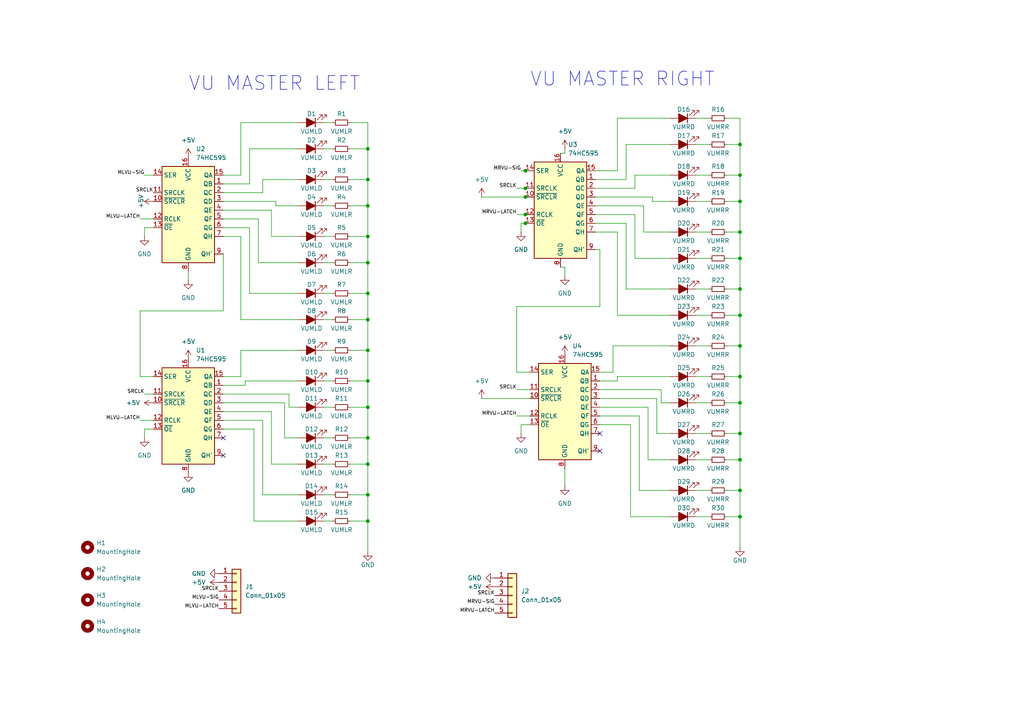
<source format=kicad_sch>
(kicad_sch (version 20231120) (generator "eeschema") (generator_version "8.0")
  (paper "A4")
  (lib_symbols
    (symbol "74xx:74HC595"
      (property "Reference" "U" (at -7.62 13.97 0))
      (property "Value" "74HC595" (at -7.62 -16.51 0))
      (symbol "74HC595_1_0"
        (pin tri_state line (at 10.16 7.62 180) (length 2.54) (name "QB") (number "1"))
        (pin input line (at -10.16 2.54 0) (length 2.54) (name "~{SRCLR}") (number "10"))
        (pin input line (at -10.16 5.08 0) (length 2.54) (name "SRCLK") (number "11"))
        (pin input line (at -10.16 -2.54 0) (length 2.54) (name "RCLK") (number "12"))
        (pin input line (at -10.16 -5.08 0) (length 2.54) (name "~{OE}") (number "13"))
        (pin input line (at -10.16 10.16 0) (length 2.54) (name "SER") (number "14"))
        (pin tri_state line (at 10.16 10.16 180) (length 2.54) (name "QA") (number "15"))
        (pin power_in line (at 0 15.24 270) (length 2.54) (name "VCC") (number "16"))
        (pin tri_state line (at 10.16 5.08 180) (length 2.54) (name "QC") (number "2"))
        (pin tri_state line (at 10.16 2.54 180) (length 2.54) (name "QD") (number "3"))
        (pin tri_state line (at 10.16 0 180) (length 2.54) (name "QE") (number "4"))
        (pin tri_state line (at 10.16 -2.54 180) (length 2.54) (name "QF") (number "5"))
        (pin tri_state line (at 10.16 -5.08 180) (length 2.54) (name "QG") (number "6"))
        (pin tri_state line (at 10.16 -7.62 180) (length 2.54) (name "QH") (number "7"))
        (pin power_in line (at 0 -17.78 90) (length 2.54) (name "GND") (number "8"))
        (pin output line (at 10.16 -12.7 180) (length 2.54) (name "QH'") (number "9"))
      )
      (symbol "74HC595_1_1"
        (rectangle (start -7.62 12.7) (end 7.62 -15.24) (stroke (width 0.254)) (fill (type background)))
      )
    )
    (symbol "Connector_Generic:Conn_01x05" (pin_names (offset 1.016) hide)
      (property "Reference" "J" (at 0 7.62 0))
      (property "Value" "Conn_01x05" (at 0 -7.62 0))
      (symbol "Conn_01x05_1_1"
        (rectangle (start -1.27 -4.953) (end 0 -5.207) (stroke (width 0.1524)))
        (rectangle (start -1.27 -2.413) (end 0 -2.667) (stroke (width 0.1524)))
        (rectangle (start -1.27 0.127) (end 0 -0.127) (stroke (width 0.1524)))
        (rectangle (start -1.27 2.667) (end 0 2.413) (stroke (width 0.1524)))
        (rectangle (start -1.27 5.207) (end 0 4.953) (stroke (width 0.1524)))
        (rectangle (start -1.27 6.35) (end 1.27 -6.35) (stroke (width 0.254)) (fill (type background)))
        (pin passive line (at -5.08 5.08 0) (length 3.81) (name "Pin_1") (number "1"))
        (pin passive line (at -5.08 2.54 0) (length 3.81) (name "Pin_2") (number "2"))
        (pin passive line (at -5.08 0 0) (length 3.81) (name "Pin_3") (number "3"))
        (pin passive line (at -5.08 -2.54 0) (length 3.81) (name "Pin_4") (number "4"))
        (pin passive line (at -5.08 -5.08 0) (length 3.81) (name "Pin_5") (number "5"))
      )
    )
    (symbol "Device:LED_Filled" (pin_numbers hide) (pin_names (offset 1.016) hide)
      (property "Reference" "D" (at 0 2.54 0))
      (property "Value" "LED_Filled" (at 0 -2.54 0))
      (symbol "LED_Filled_0_1"
        (polyline (pts (xy -1.27 -1.27) (xy -1.27 1.27)) (stroke (width 0.254)))
        (polyline (pts (xy -1.27 0) (xy 1.27 0)))
        (polyline (pts (xy 1.27 -1.27) (xy 1.27 1.27) (xy -1.27 0) (xy 1.27 -1.27)) (stroke (width 0.254)) (fill (type outline)))
        (polyline (pts (xy -3.048 -0.762) (xy -4.572 -2.286) (xy -3.81 -2.286) (xy -4.572 -2.286) (xy -4.572 -1.524)))
        (polyline (pts (xy -1.778 -0.762) (xy -3.302 -2.286) (xy -2.54 -2.286) (xy -3.302 -2.286) (xy -3.302 -1.524)))
      )
      (symbol "LED_Filled_1_1"
        (pin passive line (at -3.81 0 0) (length 2.54) (name "K") (number "1"))
        (pin passive line (at 3.81 0 180) (length 2.54) (name "A") (number "2"))
      )
    )
    (symbol "Device:R_Small" (pin_numbers hide) (pin_names (offset 0.254) hide)
      (property "Reference" "R" (at 0.762 0.508 0))
      (property "Value" "R_Small" (at 0.762 -1.016 0))
      (symbol "R_Small_0_1"
        (rectangle (start -0.762 1.778) (end 0.762 -1.778) (stroke (width 0.2032)))
      )
      (symbol "R_Small_1_1"
        (pin passive line (at 0 2.54 270) (length 0.762) (name "~") (number "1"))
        (pin passive line (at 0 -2.54 90) (length 0.762) (name "~") (number "2"))
      )
    )
    (symbol "Mechanical:MountingHole" (pin_names (offset 1.016)) (exclude_from_sim yes) (in_bom no)
      (property "Reference" "H" (at 0 5.08 0))
      (property "Value" "MountingHole" (at 0 3.175 0))
      (symbol "MountingHole_0_1"
        (circle (center 0 0) (radius 1.27) (stroke (width 1.27)))
      )
    )
    (symbol "power:+5V" (power) (pin_numbers hide) (pin_names (offset 0) hide)
      (property "Value" "+5V" (at 0 3.556 0))
      (symbol "+5V_0_1"
        (polyline (pts (xy -0.762 1.27) (xy 0 2.54)))
        (polyline (pts (xy 0 0) (xy 0 2.54)))
        (polyline (pts (xy 0 2.54) (xy 0.762 1.27)))
      )
      (symbol "+5V_1_1"
        (pin power_in line (at 0 0 90) (length 0) (name "~") (number "1"))
      )
    )
    (symbol "power:GND" (power) (pin_numbers hide) (pin_names (offset 0) hide)
      (property "Value" "GND" (at 0 -3.81 0))
      (symbol "GND_0_1"
        (polyline (pts (xy 0 0) (xy 0 -1.27) (xy 1.27 -1.27) (xy 0 -2.54) (xy -1.27 -1.27) (xy 0 -1.27)))
      )
      (symbol "GND_1_1"
        (pin power_in line (at 0 0 270) (length 0) (name "~") (number "1"))
      )
    )
  )
  (junction (at 214.63 142.24) (diameter 0.9144))
  (junction (at 106.68 151.13) (diameter 0.9144))
  (junction (at 214.63 58.42) (diameter 0.9144))
  (junction (at 106.68 134.62) (diameter 0.9144))
  (junction (at 106.68 118.11) (diameter 0.9144))
  (junction (at 214.63 109.22) (diameter 0.9144))
  (junction (at 152.4 57.15))
  (junction (at 214.63 125.73) (diameter 0.9144))
  (junction (at 214.63 100.33) (diameter 0.9144))
  (junction (at 214.63 74.93) (diameter 0.9144))
  (junction (at 106.68 127) (diameter 0.9144))
  (junction (at 152.4 54.61))
  (junction (at 106.68 76.2) (diameter 0.9144))
  (junction (at 106.68 110.49) (diameter 0.9144))
  (junction (at 106.68 52.07) (diameter 0.9144))
  (junction (at 214.63 83.82) (diameter 0.9144))
  (junction (at 214.63 149.86))
  (junction (at 214.63 116.84) (diameter 0.9144))
  (junction (at 106.68 143.51) (diameter 0.9144))
  (junction (at 106.68 43.18) (diameter 0.9144))
  (junction (at 214.63 41.91) (diameter 0.9144))
  (junction (at 214.63 67.31) (diameter 0.9144))
  (junction (at 106.68 92.71) (diameter 0.9144))
  (junction (at 106.68 59.69) (diameter 0.9144))
  (junction (at 106.68 101.6) (diameter 0.9144))
  (junction (at 106.68 85.09) (diameter 0.9144))
  (junction (at 152.4 62.23))
  (junction (at 214.63 91.44) (diameter 0.9144))
  (junction (at 214.63 50.8) (diameter 0.9144))
  (junction (at 214.63 133.35) (diameter 0.9144))
  (junction (at 152.4 49.53))
  (junction (at 152.4 64.77))
  (junction (at 106.68 68.58) (diameter 0.9144))
  (no_connect (at 173.99 125.73))
  (no_connect (at 64.77 132.08))
  (no_connect (at 64.77 127))
  (no_connect (at 173.99 130.81))
  (wire (pts (xy 106.68 92.71) (xy 106.68 101.6)))
  (wire (pts (xy 162.56 44.45) (xy 163.83 44.45)))
  (wire (pts (xy 210.82 34.29) (xy 214.63 34.29)))
  (wire (pts (xy 190.5 115.57) (xy 190.5 125.73)))
  (wire (pts (xy 41.91 124.46) (xy 44.45 124.46)))
  (wire (pts (xy 106.68 127) (xy 106.68 134.62)))
  (wire (pts (xy 201.93 133.35) (xy 205.74 133.35)))
  (wire (pts (xy 101.6 134.62) (xy 106.68 134.62)))
  (wire (pts (xy 201.93 41.91) (xy 205.74 41.91)))
  (wire (pts (xy 163.83 135.89) (xy 163.83 140.97)))
  (wire (pts (xy 74.93 76.2) (xy 86.36 76.2)))
  (wire (pts (xy 151.13 125.73) (xy 151.13 123.19)))
  (wire (pts (xy 173.99 123.19) (xy 182.88 123.19)))
  (wire (pts (xy 64.77 116.84) (xy 82.55 116.84)))
  (wire (pts (xy 210.82 83.82) (xy 214.63 83.82)))
  (wire (pts (xy 76.2 143.51) (xy 86.36 143.51)))
  (wire (pts (xy 106.68 43.18) (xy 106.68 52.07)))
  (wire (pts (xy 172.72 59.69) (xy 186.69 59.69)))
  (wire (pts (xy 69.85 50.8) (xy 64.77 50.8)))
  (wire (pts (xy 86.36 35.56) (xy 69.85 35.56)))
  (wire (pts (xy 106.68 151.13) (xy 106.68 160.02)))
  (wire (pts (xy 72.39 85.09) (xy 86.36 85.09)))
  (wire (pts (xy 173.99 115.57) (xy 190.5 115.57)))
  (wire (pts (xy 71.12 111.76) (xy 64.77 111.76)))
  (wire (pts (xy 83.82 114.3) (xy 83.82 118.11)))
  (wire (pts (xy 214.63 58.42) (xy 214.63 67.31)))
  (wire (pts (xy 76.2 121.92) (xy 76.2 143.51)))
  (wire (pts (xy 172.72 67.31) (xy 179.07 67.31)))
  (wire (pts (xy 184.15 50.8) (xy 194.31 50.8)))
  (wire (pts (xy 93.98 143.51) (xy 96.52 143.51)))
  (wire (pts (xy 69.85 101.6) (xy 69.85 109.22)))
  (wire (pts (xy 210.82 67.31) (xy 214.63 67.31)))
  (wire (pts (xy 72.39 53.34) (xy 72.39 43.18)))
  (wire (pts (xy 179.07 91.44) (xy 194.31 91.44)))
  (wire (pts (xy 190.5 125.73) (xy 194.31 125.73)))
  (wire (pts (xy 93.98 85.09) (xy 96.52 85.09)))
  (wire (pts (xy 184.15 74.93) (xy 194.31 74.93)))
  (wire (pts (xy 210.82 58.42) (xy 214.63 58.42)))
  (wire (pts (xy 40.64 63.5) (xy 44.45 63.5)))
  (wire (pts (xy 86.36 101.6) (xy 69.85 101.6)))
  (wire (pts (xy 152.4 57.15) (xy 153.67 57.15)))
  (wire (pts (xy 172.72 64.77) (xy 181.61 64.77)))
  (wire (pts (xy 54.61 78.74) (xy 54.61 81.28)))
  (wire (pts (xy 93.98 134.62) (xy 96.52 134.62)))
  (wire (pts (xy 214.63 34.29) (xy 214.63 41.91)))
  (wire (pts (xy 185.42 142.24) (xy 194.31 142.24)))
  (wire (pts (xy 210.82 149.86) (xy 214.63 149.86)))
  (wire (pts (xy 210.82 125.73) (xy 214.63 125.73)))
  (wire (pts (xy 181.61 64.77) (xy 181.61 83.82)))
  (wire (pts (xy 181.61 52.07) (xy 181.61 41.91)))
  (wire (pts (xy 210.82 91.44) (xy 214.63 91.44)))
  (wire (pts (xy 72.39 66.04) (xy 72.39 85.09)))
  (wire (pts (xy 64.77 63.5) (xy 74.93 63.5)))
  (wire (pts (xy 201.93 109.22) (xy 205.74 109.22)))
  (wire (pts (xy 194.31 133.35) (xy 187.96 133.35)))
  (wire (pts (xy 179.07 34.29) (xy 179.07 49.53)))
  (wire (pts (xy 69.85 35.56) (xy 69.85 50.8)))
  (wire (pts (xy 201.93 58.42) (xy 205.74 58.42)))
  (wire (pts (xy 210.82 41.91) (xy 214.63 41.91)))
  (wire (pts (xy 93.98 43.18) (xy 96.52 43.18)))
  (wire (pts (xy 64.77 53.34) (xy 72.39 53.34)))
  (wire (pts (xy 214.63 116.84) (xy 214.63 125.73)))
  (wire (pts (xy 106.68 68.58) (xy 106.68 76.2)))
  (wire (pts (xy 69.85 92.71) (xy 86.36 92.71)))
  (wire (pts (xy 78.74 134.62) (xy 78.74 119.38)))
  (wire (pts (xy 210.82 100.33) (xy 214.63 100.33)))
  (wire (pts (xy 149.86 54.61) (xy 152.4 54.61)))
  (wire (pts (xy 101.6 151.13) (xy 106.68 151.13)))
  (wire (pts (xy 210.82 116.84) (xy 214.63 116.84)))
  (wire (pts (xy 172.72 57.15) (xy 189.23 57.15)))
  (wire (pts (xy 64.77 73.66) (xy 64.77 90.17)))
  (wire (pts (xy 101.6 59.69) (xy 106.68 59.69)))
  (wire (pts (xy 41.91 68.58) (xy 41.91 66.04)))
  (wire (pts (xy 191.77 116.84) (xy 194.31 116.84)))
  (wire (pts (xy 201.93 91.44) (xy 205.74 91.44)))
  (wire (pts (xy 106.68 85.09) (xy 106.68 92.71)))
  (wire (pts (xy 106.68 110.49) (xy 106.68 118.11)))
  (wire (pts (xy 101.6 143.51) (xy 106.68 143.51)))
  (wire (pts (xy 101.6 35.56) (xy 106.68 35.56)))
  (wire (pts (xy 80.01 59.69) (xy 86.36 59.69)))
  (wire (pts (xy 64.77 68.58) (xy 69.85 68.58)))
  (wire (pts (xy 210.82 109.22) (xy 214.63 109.22)))
  (wire (pts (xy 64.77 55.88) (xy 76.2 55.88)))
  (wire (pts (xy 173.99 107.95) (xy 177.8 107.95)))
  (wire (pts (xy 93.98 68.58) (xy 96.52 68.58)))
  (wire (pts (xy 189.23 58.42) (xy 194.31 58.42)))
  (wire (pts (xy 106.68 118.11) (xy 106.68 127)))
  (wire (pts (xy 185.42 120.65) (xy 185.42 142.24)))
  (wire (pts (xy 194.31 100.33) (xy 177.8 100.33)))
  (wire (pts (xy 101.6 118.11) (xy 106.68 118.11)))
  (wire (pts (xy 106.68 76.2) (xy 106.68 85.09)))
  (wire (pts (xy 69.85 109.22) (xy 64.77 109.22)))
  (wire (pts (xy 163.83 43.18) (xy 163.83 44.45)))
  (wire (pts (xy 74.93 63.5) (xy 74.93 76.2)))
  (wire (pts (xy 182.88 123.19) (xy 182.88 149.86)))
  (wire (pts (xy 210.82 50.8) (xy 214.63 50.8)))
  (wire (pts (xy 80.01 58.42) (xy 80.01 59.69)))
  (wire (pts (xy 41.91 114.3) (xy 44.45 114.3)))
  (wire (pts (xy 83.82 118.11) (xy 86.36 118.11)))
  (wire (pts (xy 40.64 109.22) (xy 44.45 109.22)))
  (wire (pts (xy 201.93 34.29) (xy 205.74 34.29)))
  (wire (pts (xy 214.63 41.91) (xy 214.63 50.8)))
  (wire (pts (xy 214.63 142.24) (xy 214.63 149.86)))
  (wire (pts (xy 184.15 62.23) (xy 184.15 74.93)))
  (wire (pts (xy 201.93 50.8) (xy 205.74 50.8)))
  (wire (pts (xy 201.93 142.24) (xy 205.74 142.24)))
  (wire (pts (xy 82.55 116.84) (xy 82.55 127)))
  (wire (pts (xy 86.36 134.62) (xy 78.74 134.62)))
  (wire (pts (xy 71.12 110.49) (xy 71.12 111.76)))
  (wire (pts (xy 194.31 34.29) (xy 179.07 34.29)))
  (wire (pts (xy 101.6 52.07) (xy 106.68 52.07)))
  (wire (pts (xy 173.99 113.03) (xy 191.77 113.03)))
  (wire (pts (xy 214.63 74.93) (xy 214.63 83.82)))
  (wire (pts (xy 106.68 134.62) (xy 106.68 143.51)))
  (wire (pts (xy 101.6 68.58) (xy 106.68 68.58)))
  (wire (pts (xy 149.86 120.65) (xy 153.67 120.65)))
  (wire (pts (xy 181.61 41.91) (xy 194.31 41.91)))
  (wire (pts (xy 64.77 121.92) (xy 76.2 121.92)))
  (wire (pts (xy 76.2 52.07) (xy 86.36 52.07)))
  (wire (pts (xy 172.72 54.61) (xy 184.15 54.61)))
  (wire (pts (xy 106.68 101.6) (xy 106.68 110.49)))
  (wire (pts (xy 210.82 142.24) (xy 214.63 142.24)))
  (wire (pts (xy 72.39 43.18) (xy 86.36 43.18)))
  (wire (pts (xy 152.4 62.23) (xy 153.67 62.23)))
  (wire (pts (xy 214.63 67.31) (xy 214.63 74.93)))
  (wire (pts (xy 214.63 50.8) (xy 214.63 58.42)))
  (wire (pts (xy 41.91 50.8) (xy 44.45 50.8)))
  (wire (pts (xy 86.36 110.49) (xy 71.12 110.49)))
  (wire (pts (xy 64.77 66.04) (xy 72.39 66.04)))
  (wire (pts (xy 73.66 151.13) (xy 86.36 151.13)))
  (wire (pts (xy 64.77 124.46) (xy 73.66 124.46)))
  (wire (pts (xy 93.98 127) (xy 96.52 127)))
  (wire (pts (xy 101.6 43.18) (xy 106.68 43.18)))
  (wire (pts (xy 179.07 109.22) (xy 179.07 110.49)))
  (wire (pts (xy 191.77 113.03) (xy 191.77 116.84)))
  (wire (pts (xy 177.8 100.33) (xy 177.8 107.95)))
  (wire (pts (xy 152.4 54.61) (xy 153.67 54.61)))
  (wire (pts (xy 106.68 143.51) (xy 106.68 151.13)))
  (wire (pts (xy 201.93 83.82) (xy 205.74 83.82)))
  (wire (pts (xy 163.83 77.47) (xy 163.83 80.01)))
  (wire (pts (xy 93.98 151.13) (xy 96.52 151.13)))
  (wire (pts (xy 106.68 52.07) (xy 106.68 59.69)))
  (wire (pts (xy 101.6 92.71) (xy 106.68 92.71)))
  (wire (pts (xy 214.63 91.44) (xy 214.63 100.33)))
  (wire (pts (xy 151.13 49.53) (xy 152.4 49.53)))
  (wire (pts (xy 93.98 110.49) (xy 96.52 110.49)))
  (wire (pts (xy 172.72 52.07) (xy 181.61 52.07)))
  (wire (pts (xy 214.63 109.22) (xy 214.63 116.84)))
  (wire (pts (xy 93.98 76.2) (xy 96.52 76.2)))
  (wire (pts (xy 152.4 64.77) (xy 153.67 64.77)))
  (wire (pts (xy 182.88 149.86) (xy 194.31 149.86)))
  (wire (pts (xy 201.93 67.31) (xy 205.74 67.31)))
  (wire (pts (xy 93.98 101.6) (xy 96.52 101.6)))
  (wire (pts (xy 78.74 119.38) (xy 64.77 119.38)))
  (wire (pts (xy 214.63 83.82) (xy 214.63 91.44)))
  (wire (pts (xy 139.7 115.57) (xy 153.67 115.57)))
  (wire (pts (xy 173.99 88.9) (xy 149.86 88.9)))
  (wire (pts (xy 149.86 113.03) (xy 153.67 113.03)))
  (wire (pts (xy 179.07 67.31) (xy 179.07 91.44)))
  (wire (pts (xy 149.86 88.9) (xy 149.86 107.95)))
  (wire (pts (xy 93.98 35.56) (xy 96.52 35.56)))
  (wire (pts (xy 149.86 62.23) (xy 152.4 62.23)))
  (wire (pts (xy 186.69 59.69) (xy 186.69 67.31)))
  (wire (pts (xy 172.72 49.53) (xy 179.07 49.53)))
  (wire (pts (xy 139.7 57.15) (xy 152.4 57.15)))
  (wire (pts (xy 64.77 58.42) (xy 80.01 58.42)))
  (wire (pts (xy 101.6 101.6) (xy 106.68 101.6)))
  (wire (pts (xy 201.93 100.33) (xy 205.74 100.33)))
  (wire (pts (xy 184.15 54.61) (xy 184.15 50.8)))
  (wire (pts (xy 40.64 90.17) (xy 40.64 109.22)))
  (wire (pts (xy 93.98 118.11) (xy 96.52 118.11)))
  (wire (pts (xy 101.6 76.2) (xy 106.68 76.2)))
  (wire (pts (xy 172.72 62.23) (xy 184.15 62.23)))
  (wire (pts (xy 76.2 55.88) (xy 76.2 52.07)))
  (wire (pts (xy 173.99 72.39) (xy 173.99 88.9)))
  (wire (pts (xy 40.64 121.92) (xy 44.45 121.92)))
  (wire (pts (xy 201.93 149.86) (xy 205.74 149.86)))
  (wire (pts (xy 106.68 35.56) (xy 106.68 43.18)))
  (wire (pts (xy 101.6 85.09) (xy 106.68 85.09)))
  (wire (pts (xy 214.63 125.73) (xy 214.63 133.35)))
  (wire (pts (xy 93.98 59.69) (xy 96.52 59.69)))
  (wire (pts (xy 73.66 124.46) (xy 73.66 151.13)))
  (wire (pts (xy 151.13 67.31) (xy 151.13 64.77)))
  (wire (pts (xy 162.56 77.47) (xy 163.83 77.47)))
  (wire (pts (xy 194.31 109.22) (xy 179.07 109.22)))
  (wire (pts (xy 214.63 133.35) (xy 214.63 142.24)))
  (wire (pts (xy 201.93 125.73) (xy 205.74 125.73)))
  (wire (pts (xy 149.86 107.95) (xy 153.67 107.95)))
  (wire (pts (xy 93.98 92.71) (xy 96.52 92.71)))
  (wire (pts (xy 189.23 57.15) (xy 189.23 58.42)))
  (wire (pts (xy 106.68 59.69) (xy 106.68 68.58)))
  (wire (pts (xy 93.98 52.07) (xy 96.52 52.07)))
  (wire (pts (xy 214.63 100.33) (xy 214.63 109.22)))
  (wire (pts (xy 82.55 127) (xy 86.36 127)))
  (wire (pts (xy 214.63 149.86) (xy 214.63 158.75)))
  (wire (pts (xy 101.6 110.49) (xy 106.68 110.49)))
  (wire (pts (xy 172.72 72.39) (xy 173.99 72.39)))
  (wire (pts (xy 64.77 90.17) (xy 40.64 90.17)))
  (wire (pts (xy 179.07 110.49) (xy 173.99 110.49)))
  (wire (pts (xy 69.85 68.58) (xy 69.85 92.71)))
  (wire (pts (xy 78.74 68.58) (xy 86.36 68.58)))
  (wire (pts (xy 187.96 133.35) (xy 187.96 118.11)))
  (wire (pts (xy 187.96 118.11) (xy 173.99 118.11)))
  (wire (pts (xy 186.69 67.31) (xy 194.31 67.31)))
  (wire (pts (xy 101.6 127) (xy 106.68 127)))
  (wire (pts (xy 201.93 74.93) (xy 205.74 74.93)))
  (wire (pts (xy 151.13 64.77) (xy 152.4 64.77)))
  (wire (pts (xy 41.91 66.04) (xy 44.45 66.04)))
  (wire (pts (xy 210.82 74.93) (xy 214.63 74.93)))
  (wire (pts (xy 152.4 49.53) (xy 153.67 49.53)))
  (wire (pts (xy 181.61 83.82) (xy 194.31 83.82)))
  (wire (pts (xy 64.77 60.96) (xy 78.74 60.96)))
  (wire (pts (xy 173.99 120.65) (xy 185.42 120.65)))
  (wire (pts (xy 151.13 123.19) (xy 153.67 123.19)))
  (wire (pts (xy 78.74 60.96) (xy 78.74 68.58)))
  (wire (pts (xy 201.93 116.84) (xy 205.74 116.84)))
  (wire (pts (xy 210.82 133.35) (xy 214.63 133.35)))
  (wire (pts (xy 41.91 127) (xy 41.91 124.46)))
  (wire (pts (xy 64.77 114.3) (xy 83.82 114.3)))
  (text "VU MASTER LEFT" (at 54.61 26.67 0) (effects (font (size 4.016 4.016)) (justify left bottom)))
  (text "VU MASTER RIGHT" (at 153.67 25.4 0) (effects (font (size 4.016 4.016)) (justify left bottom)))
  (label "SRCLK" (at 41.91 114.3 180) (effects (font (size 1.016 1.016))))
  (label "MLVU-LATCH" (at 40.64 121.92 180) (effects (font (size 1.016 1.016))))
  (label "MRVU-SIG" (at 143.51 175.26 180) (effects (font (size 1.016 1.016))))
  (label "SRCLK" (at 63.5 171.45 180) (effects (font (size 1.016 1.016))))
  (label "MLVU-LATCH" (at 63.5 176.53 180) (effects (font (size 1.016 1.016))))
  (label "MRVU-SIG" (at 151.13 49.53 180) (effects (font (size 1.016 1.016))))
  (label "SRCLK" (at 143.51 172.72 180) (effects (font (size 1.016 1.016))))
  (label "SRCLK" (at 149.86 113.03 180) (effects (font (size 1.016 1.016))))
  (label "MLVU-SIG" (at 63.5 173.99 180) (effects (font (size 1.016 1.016))))
  (label "MLVU-LATCH" (at 40.64 63.5 180) (effects (font (size 1.016 1.016))))
  (label "SRCLK" (at 149.86 54.61 180) (effects (font (size 1.016 1.016))))
  (label "MRVU-LATCH" (at 149.86 62.23 180) (effects (font (size 1.016 1.016))))
  (label "MRVU-LATCH" (at 149.86 120.65 180) (effects (font (size 1.016 1.016))))
  (label "MRVU-LATCH" (at 143.51 177.8 180) (effects (font (size 1.016 1.016))))
  (label "SRCLK" (at 44.45 55.88 180) (effects (font (size 1.016 1.016))))
  (label "MLVU-SIG" (at 41.91 50.8 180) (effects (font (size 1.016 1.016))))
  (symbol (lib_id "Device:R_Small") (at 99.06 134.62 270) (unit 1)
    (property "Reference" "R13" (at 99.06 132.08 90))
    (property "Value" "VUMLR" (at 99.06 137.16 90))
    (property "Footprint" "Resistor_SMD:R_1206_3216Metric_Pad1.30x1.75mm_HandSolder" (effects (hide yes)))
  )
  (symbol (lib_id "power:+5V") (at 163.83 102.87 0) (unit 1)
    (property "Reference" "#PWR020" (effects (hide yes)))
    (property "Value" "+5V" (at 163.83 97.79 0))
    (property "Description" "Power symbol creates a global label with name \"+5V\"" (effects (hide yes)))
  )
  (symbol (lib_id "Device:R_Small") (at 208.28 50.8 270) (unit 1)
    (property "Reference" "R18" (at 208.28 48.26 90))
    (property "Value" "VUMRR" (at 208.28 53.34 90))
    (property "Footprint" "Resistor_SMD:R_1206_3216Metric_Pad1.30x1.75mm_HandSolder" (effects (hide yes)))
  )
  (symbol (lib_id "power:GND") (at 63.5 166.37 270) (unit 1)
    (property "Reference" "#PWR09" (effects (hide yes)))
    (property "Value" "GND" (at 59.69 166.3699 90) (effects (justify right)))
    (property "Description" "Power symbol creates a global label with name \"GND\" , ground" (effects (hide yes)))
  )
  (symbol (lib_id "power:GND") (at 163.83 80.01 0) (unit 1)
    (property "Reference" "#PWR019" (effects (hide yes)))
    (property "Value" "GND" (at 163.83 85.09 0))
    (property "Description" "Power symbol creates a global label with name \"GND\" , ground" (effects (hide yes)))
  )
  (symbol (lib_id "Device:LED_Filled") (at 198.12 74.93 180) (unit 1)
    (property "Reference" "D21" (at 198.3105 72.39 0))
    (property "Value" "VUMRD" (at 198.3105 77.47 0))
    (property "Footprint" "LED_THT:LED_D3.0mm" (effects (hide yes)))
  )
  (symbol (lib_id "74xx:74HC595") (at 163.83 118.11 0) (unit 1)
    (property "Reference" "U4" (at 166.0241 100.33 0) (effects (justify left)))
    (property "Value" "74HC595" (at 166.0241 102.87 0) (effects (justify left)))
    (property "Footprint" "Package_SO:SOIC-16W_5.3x10.2mm_P1.27mm" (effects (hide yes)))
    (property "Datasheet" "http://www.ti.com/lit/ds/symlink/sn74hc595.pdf" (effects (hide yes)))
    (property "Description" "8-bit serial in/out Shift Register 3-State Outputs" (effects (hide yes)))
  )
  (symbol (lib_id "Device:LED_Filled") (at 198.12 116.84 180) (unit 1)
    (property "Reference" "D26" (at 198.3105 114.3 0))
    (property "Value" "VUMRD" (at 198.3105 119.38 0))
    (property "Footprint" "LED_THT:LED_D3.0mm" (effects (hide yes)))
  )
  (symbol (lib_id "Device:LED_Filled") (at 198.12 100.33 180) (unit 1)
    (property "Reference" "D24" (at 198.3105 97.79 0))
    (property "Value" "VUMRD" (at 198.3105 102.87 0))
    (property "Footprint" "LED_THT:LED_D3.0mm" (effects (hide yes)))
  )
  (symbol (lib_id "Device:R_Small") (at 208.28 91.44 270) (unit 1)
    (property "Reference" "R23" (at 208.28 88.9 90))
    (property "Value" "VUMRR" (at 208.28 93.98 90))
    (property "Footprint" "Resistor_SMD:R_1206_3216Metric_Pad1.30x1.75mm_HandSolder" (effects (hide yes)))
  )
  (symbol (lib_id "Device:LED_Filled") (at 198.12 34.29 180) (unit 1)
    (property "Reference" "D16" (at 198.3105 31.75 0))
    (property "Value" "VUMRD" (at 198.3105 36.83 0))
    (property "Footprint" "LED_THT:LED_D3.0mm" (effects (hide yes)))
  )
  (symbol (lib_id "Device:R_Small") (at 208.28 109.22 270) (unit 1)
    (property "Reference" "R25" (at 208.28 106.68 90))
    (property "Value" "VUMRR" (at 208.28 111.76 90))
    (property "Footprint" "Resistor_SMD:R_1206_3216Metric_Pad1.30x1.75mm_HandSolder" (effects (hide yes)))
  )
  (symbol (lib_id "power:+5V") (at 54.61 104.14 0) (unit 1)
    (property "Reference" "#PWR07" (effects (hide yes)))
    (property "Value" "+5V" (at 54.61 99.06 0))
    (property "Description" "Power symbol creates a global label with name \"+5V\"" (effects (hide yes)))
  )
  (symbol (lib_id "Device:LED_Filled") (at 90.17 35.56 180) (unit 1)
    (property "Reference" "D1" (at 90.3605 33.02 0))
    (property "Value" "VUMLD" (at 90.3605 38.1 0))
    (property "Footprint" "LED_THT:LED_D3.0mm" (effects (hide yes)))
  )
  (symbol (lib_id "Device:LED_Filled") (at 90.17 59.69 180) (unit 1)
    (property "Reference" "D4" (at 90.3605 57.15 0))
    (property "Value" "VUMLD" (at 90.3605 62.23 0))
    (property "Footprint" "LED_THT:LED_D3.0mm" (effects (hide yes)))
  )
  (symbol (lib_id "Device:R_Small") (at 99.06 52.07 270) (unit 1)
    (property "Reference" "R3" (at 99.06 49.53 90))
    (property "Value" "VUMLR" (at 99.06 54.61 90))
    (property "Footprint" "Resistor_SMD:R_1206_3216Metric_Pad1.30x1.75mm_HandSolder" (effects (hide yes)))
  )
  (symbol (lib_id "Device:R_Small") (at 99.06 35.56 270) (unit 1)
    (property "Reference" "R1" (at 99.06 33.02 90))
    (property "Value" "VUMLR" (at 99.06 38.1 90))
    (property "Footprint" "Resistor_SMD:R_1206_3216Metric_Pad1.30x1.75mm_HandSolder" (effects (hide yes)))
  )
  (symbol (lib_id "74xx:74HC595") (at 54.61 60.96 0) (unit 1)
    (property "Reference" "U2" (at 56.8041 43.18 0) (effects (justify left)))
    (property "Value" "74HC595" (at 56.8041 45.72 0) (effects (justify left)))
    (property "Footprint" "Package_SO:SOIC-16W_5.3x10.2mm_P1.27mm" (effects (hide yes)))
    (property "Datasheet" "http://www.ti.com/lit/ds/symlink/sn74hc595.pdf" (effects (hide yes)))
    (property "Description" "8-bit serial in/out Shift Register 3-State Outputs" (effects (hide yes)))
  )
  (symbol (lib_id "power:GND") (at 41.91 127 0) (unit 1)
    (property "Reference" "#PWR04" (effects (hide yes)))
    (property "Value" "GND" (at 41.91 132.08 0))
    (property "Description" "Power symbol creates a global label with name \"GND\" , ground" (effects (hide yes)))
  )
  (symbol (lib_id "power:GND") (at 163.83 140.97 0) (unit 1)
    (property "Reference" "#PWR021" (effects (hide yes)))
    (property "Value" "GND" (at 163.83 146.05 0))
    (property "Description" "Power symbol creates a global label with name \"GND\" , ground" (effects (hide yes)))
  )
  (symbol (lib_id "Device:LED_Filled") (at 90.17 151.13 180) (unit 1)
    (property "Reference" "D15" (at 90.3605 148.59 0))
    (property "Value" "VUMLD" (at 90.3605 153.67 0))
    (property "Footprint" "LED_THT:LED_D3.0mm" (effects (hide yes)))
  )
  (symbol (lib_id "Device:LED_Filled") (at 90.17 118.11 180) (unit 1)
    (property "Reference" "D11" (at 90.3605 115.57 0))
    (property "Value" "VUMLD" (at 90.3605 120.65 0))
    (property "Footprint" "LED_THT:LED_D3.0mm" (effects (hide yes)))
  )
  (symbol (lib_id "Mechanical:MountingHole") (at 25.4 166.37 0) (unit 1) (exclude_from_sim yes) (in_bom no)
    (property "Reference" "H2" (at 27.94 165.0999 0) (effects (justify left)))
    (property "Value" "MountingHole" (at 27.94 167.6399 0) (effects (justify left)))
    (property "Footprint" "MountingHole:MountingHole_3.2mm_M3" (effects (hide yes)))
    (property "Description" "Mounting Hole without connection" (effects (hide yes)))
  )
  (symbol (lib_id "74xx:74HC595") (at 162.56 59.69 0) (unit 1)
    (property "Reference" "U3" (at 164.7541 41.91 0) (effects (justify left)))
    (property "Value" "74HC595" (at 164.7541 44.45 0) (effects (justify left)))
    (property "Footprint" "Package_SO:SOIC-16W_5.3x10.2mm_P1.27mm" (effects (hide yes)))
    (property "Datasheet" "http://www.ti.com/lit/ds/symlink/sn74hc595.pdf" (effects (hide yes)))
    (property "Description" "8-bit serial in/out Shift Register 3-State Outputs" (effects (hide yes)))
  )
  (symbol (lib_id "Device:LED_Filled") (at 90.17 85.09 180) (unit 1)
    (property "Reference" "D7" (at 90.3605 82.55 0))
    (property "Value" "VUMLD" (at 90.3605 87.63 0))
    (property "Footprint" "LED_THT:LED_D3.0mm" (effects (hide yes)))
  )
  (symbol (lib_id "Device:R_Small") (at 208.28 100.33 270) (unit 1)
    (property "Reference" "R24" (at 208.28 97.79 90))
    (property "Value" "VUMRR" (at 208.28 102.87 90))
    (property "Footprint" "Resistor_SMD:R_1206_3216Metric_Pad1.30x1.75mm_HandSolder" (effects (hide yes)))
  )
  (symbol (lib_id "Device:R_Small") (at 99.06 59.69 270) (unit 1)
    (property "Reference" "R4" (at 99.06 57.15 90))
    (property "Value" "VUMLR" (at 99.06 62.23 90))
    (property "Footprint" "Resistor_SMD:R_1206_3216Metric_Pad1.30x1.75mm_HandSolder" (effects (hide yes)))
  )
  (symbol (lib_id "power:GND") (at 54.61 137.16 0) (unit 1)
    (property "Reference" "#PWR08" (effects (hide yes)))
    (property "Value" "GND" (at 54.61 142.24 0))
    (property "Description" "Power symbol creates a global label with name \"GND\" , ground" (effects (hide yes)))
  )
  (symbol (lib_id "power:GND") (at 214.63 158.75 0) (unit 1)
    (property "Reference" "#PWR022" (effects (hide yes)))
    (property "Value" "GND" (at 214.63 162.56 0))
    (property "Description" "Power symbol creates a global label with name \"GND\" , ground" (effects (hide yes)))
  )
  (symbol (lib_id "Device:R_Small") (at 99.06 127 270) (unit 1)
    (property "Reference" "R12" (at 99.06 124.46 90))
    (property "Value" "VUMLR" (at 99.06 129.54 90))
    (property "Footprint" "Resistor_SMD:R_1206_3216Metric_Pad1.30x1.75mm_HandSolder" (effects (hide yes)))
  )
  (symbol (lib_id "power:GND") (at 151.13 125.73 0) (unit 1)
    (property "Reference" "#PWR017" (effects (hide yes)))
    (property "Value" "GND" (at 151.13 130.81 0))
    (property "Description" "Power symbol creates a global label with name \"GND\" , ground" (effects (hide yes)))
  )
  (symbol (lib_id "power:+5V") (at 163.83 43.18 0) (unit 1)
    (property "Reference" "#PWR018" (effects (hide yes)))
    (property "Value" "+5V" (at 163.83 38.1 0))
    (property "Description" "Power symbol creates a global label with name \"+5V\"" (effects (hide yes)))
  )
  (symbol (lib_id "Device:LED_Filled") (at 90.17 134.62 180) (unit 1)
    (property "Reference" "D13" (at 90.3605 132.08 0))
    (property "Value" "VUMLD" (at 90.3605 137.16 0))
    (property "Footprint" "LED_THT:LED_D3.0mm" (effects (hide yes)))
  )
  (symbol (lib_id "Device:R_Small") (at 208.28 74.93 270) (unit 1)
    (property "Reference" "R21" (at 208.28 72.39 90))
    (property "Value" "VUMRR" (at 208.28 77.47 90))
    (property "Footprint" "Resistor_SMD:R_1206_3216Metric_Pad1.30x1.75mm_HandSolder" (effects (hide yes)))
  )
  (symbol (lib_id "power:GND") (at 54.61 81.28 0) (unit 1)
    (property "Reference" "#PWR06" (effects (hide yes)))
    (property "Value" "GND" (at 54.61 86.36 0))
    (property "Description" "Power symbol creates a global label with name \"GND\" , ground" (effects (hide yes)))
  )
  (symbol (lib_id "power:+5V") (at 54.61 45.72 0) (unit 1)
    (property "Reference" "#PWR05" (effects (hide yes)))
    (property "Value" "+5V" (at 54.61 40.64 0))
    (property "Description" "Power symbol creates a global label with name \"+5V\"" (effects (hide yes)))
  )
  (symbol (lib_id "Device:R_Small") (at 208.28 83.82 270) (unit 1)
    (property "Reference" "R22" (at 208.28 81.28 90))
    (property "Value" "VUMRR" (at 208.28 86.36 90))
    (property "Footprint" "Resistor_SMD:R_1206_3216Metric_Pad1.30x1.75mm_HandSolder" (effects (hide yes)))
  )
  (symbol (lib_id "Device:R_Small") (at 99.06 76.2 270) (unit 1)
    (property "Reference" "R6" (at 99.06 73.66 90))
    (property "Value" "VUMLR" (at 99.06 78.74 90))
    (property "Footprint" "Resistor_SMD:R_1206_3216Metric_Pad1.30x1.75mm_HandSolder" (effects (hide yes)))
  )
  (symbol (lib_id "power:GND") (at 143.51 167.64 270) (unit 1)
    (property "Reference" "#PWR014" (effects (hide yes)))
    (property "Value" "GND" (at 139.7 167.6399 90) (effects (justify right)))
    (property "Description" "Power symbol creates a global label with name \"GND\" , ground" (effects (hide yes)))
  )
  (symbol (lib_id "Device:LED_Filled") (at 198.12 41.91 180) (unit 1)
    (property "Reference" "D17" (at 198.3105 39.37 0))
    (property "Value" "VUMRD" (at 198.3105 44.45 0))
    (property "Footprint" "LED_THT:LED_D3.0mm" (effects (hide yes)))
  )
  (symbol (lib_id "Device:LED_Filled") (at 90.17 76.2 180) (unit 1)
    (property "Reference" "D6" (at 90.3605 73.66 0))
    (property "Value" "VUMLD" (at 90.3605 78.74 0))
    (property "Footprint" "LED_THT:LED_D3.0mm" (effects (hide yes)))
  )
  (symbol (lib_id "Device:LED_Filled") (at 198.12 133.35 180) (unit 1)
    (property "Reference" "D28" (at 198.3105 130.81 0))
    (property "Value" "VUMRD" (at 198.3105 135.89 0))
    (property "Footprint" "LED_THT:LED_D3.0mm" (effects (hide yes)))
  )
  (symbol (lib_id "Device:LED_Filled") (at 198.12 142.24 180) (unit 1)
    (property "Reference" "D29" (at 198.3105 139.7 0))
    (property "Value" "VUMRD" (at 198.3105 144.78 0))
    (property "Footprint" "LED_THT:LED_D3.0mm" (effects (hide yes)))
  )
  (symbol (lib_id "Device:LED_Filled") (at 198.12 91.44 180) (unit 1)
    (property "Reference" "D23" (at 198.3105 88.9 0))
    (property "Value" "VUMRD" (at 198.3105 93.98 0))
    (property "Footprint" "LED_THT:LED_D3.0mm" (effects (hide yes)))
  )
  (symbol (lib_id "Device:R_Small") (at 208.28 58.42 270) (unit 1)
    (property "Reference" "R19" (at 208.28 55.88 90))
    (property "Value" "VUMRR" (at 208.28 60.96 90))
    (property "Footprint" "Resistor_SMD:R_1206_3216Metric_Pad1.30x1.75mm_HandSolder" (effects (hide yes)))
  )
  (symbol (lib_id "Device:LED_Filled") (at 90.17 110.49 180) (unit 1)
    (property "Reference" "D10" (at 90.3605 107.95 0))
    (property "Value" "VUMLD" (at 90.3605 113.03 0))
    (property "Footprint" "LED_THT:LED_D3.0mm" (effects (hide yes)))
  )
  (symbol (lib_id "power:GND") (at 41.91 68.58 0) (unit 1)
    (property "Reference" "#PWR03" (effects (hide yes)))
    (property "Value" "GND" (at 41.91 73.66 0))
    (property "Description" "Power symbol creates a global label with name \"GND\" , ground" (effects (hide yes)))
  )
  (symbol (lib_id "74xx:74HC595") (at 54.61 119.38 0) (unit 1)
    (property "Reference" "U1" (at 56.8041 101.6 0) (effects (justify left)))
    (property "Value" "74HC595" (at 56.8041 104.14 0) (effects (justify left)))
    (property "Footprint" "Package_SO:SOIC-16W_5.3x10.2mm_P1.27mm" (effects (hide yes)))
    (property "Datasheet" "http://www.ti.com/lit/ds/symlink/sn74hc595.pdf" (effects (hide yes)))
    (property "Description" "8-bit serial in/out Shift Register 3-State Outputs" (effects (hide yes)))
  )
  (symbol (lib_id "Device:R_Small") (at 208.28 125.73 270) (unit 1)
    (property "Reference" "R27" (at 208.28 123.19 90))
    (property "Value" "VUMRR" (at 208.28 128.27 90))
    (property "Footprint" "Resistor_SMD:R_1206_3216Metric_Pad1.30x1.75mm_HandSolder" (effects (hide yes)))
  )
  (symbol (lib_id "Device:R_Small") (at 99.06 85.09 270) (unit 1)
    (property "Reference" "R7" (at 99.06 82.55 90))
    (property "Value" "VUMLR" (at 99.06 87.63 90))
    (property "Footprint" "Resistor_SMD:R_1206_3216Metric_Pad1.30x1.75mm_HandSolder" (effects (hide yes)))
  )
  (symbol (lib_id "Device:R_Small") (at 208.28 34.29 270) (unit 1)
    (property "Reference" "R16" (at 208.28 31.75 90))
    (property "Value" "VUMRR" (at 208.28 36.83 90))
    (property "Footprint" "Resistor_SMD:R_1206_3216Metric_Pad1.30x1.75mm_HandSolder" (effects (hide yes)))
  )
  (symbol (lib_id "Device:R_Small") (at 208.28 116.84 270) (unit 1)
    (property "Reference" "R26" (at 208.28 114.3 90))
    (property "Value" "VUMRR" (at 208.28 119.38 90))
    (property "Footprint" "Resistor_SMD:R_1206_3216Metric_Pad1.30x1.75mm_HandSolder" (effects (hide yes)))
  )
  (symbol (lib_id "power:+5V") (at 44.45 116.84 90) (unit 1)
    (property "Reference" "#PWR02" (effects (hide yes)))
    (property "Value" "+5V" (at 40.64 116.8399 90) (effects (justify left)))
    (property "Description" "Power symbol creates a global label with name \"+5V\"" (effects (hide yes)))
  )
  (symbol (lib_id "Connector_Generic:Conn_01x05") (at 68.58 171.45 0) (unit 1)
    (property "Reference" "J1" (at 71.12 170.1799 0) (effects (justify left)))
    (property "Value" "Conn_01x05" (at 71.12 172.7199 0) (effects (justify left)))
    (property "Footprint" "Connector_PinSocket_2.54mm:PinSocket_1x05_P2.54mm_Vertical" (effects (hide yes)))
    (property "Description" "Generic connector, single row, 01x05, script generated (kicad-library-utils/schlib/autogen/connector/)" (effects (hide yes)))
  )
  (symbol (lib_id "power:+5V") (at 139.7 115.57 0) (unit 1)
    (property "Reference" "#PWR013" (effects (hide yes)))
    (property "Value" "+5V" (at 139.7 110.49 0))
    (property "Description" "Power symbol creates a global label with name \"+5V\"" (effects (hide yes)))
  )
  (symbol (lib_id "power:GND") (at 106.68 160.02 0) (unit 1)
    (property "Reference" "#PWR011" (effects (hide yes)))
    (property "Value" "GND" (at 106.68 163.83 0))
    (property "Description" "Power symbol creates a global label with name \"GND\" , ground" (effects (hide yes)))
  )
  (symbol (lib_id "Mechanical:MountingHole") (at 25.4 173.99 0) (unit 1) (exclude_from_sim yes) (in_bom no)
    (property "Reference" "H3" (at 27.94 172.7199 0) (effects (justify left)))
    (property "Value" "MountingHole" (at 27.94 175.2599 0) (effects (justify left)))
    (property "Footprint" "MountingHole:MountingHole_3.2mm_M3" (effects (hide yes)))
    (property "Description" "Mounting Hole without connection" (effects (hide yes)))
  )
  (symbol (lib_id "Device:LED_Filled") (at 198.12 58.42 180) (unit 1)
    (property "Reference" "D19" (at 198.3105 55.88 0))
    (property "Value" "VUMRD" (at 198.3105 60.96 0))
    (property "Footprint" "LED_THT:LED_D3.0mm" (effects (hide yes)))
  )
  (symbol (lib_id "Device:LED_Filled") (at 198.12 125.73 180) (unit 1)
    (property "Reference" "D27" (at 198.3105 123.19 0))
    (property "Value" "VUMRD" (at 198.3105 128.27 0))
    (property "Footprint" "LED_THT:LED_D3.0mm" (effects (hide yes)))
  )
  (symbol (lib_id "Device:LED_Filled") (at 90.17 43.18 180) (unit 1)
    (property "Reference" "D2" (at 90.3605 40.64 0))
    (property "Value" "VUMLD" (at 90.3605 45.72 0))
    (property "Footprint" "LED_THT:LED_D3.0mm" (effects (hide yes)))
  )
  (symbol (lib_id "Device:LED_Filled") (at 198.12 149.86 180) (unit 1)
    (property "Reference" "D30" (at 198.3105 147.32 0))
    (property "Value" "VUMRD" (at 198.3105 152.4 0))
    (property "Footprint" "LED_THT:LED_D3.0mm" (effects (hide yes)))
  )
  (symbol (lib_id "power:GND") (at 151.13 67.31 0) (unit 1)
    (property "Reference" "#PWR016" (effects (hide yes)))
    (property "Value" "GND" (at 151.13 72.39 0))
    (property "Description" "Power symbol creates a global label with name \"GND\" , ground" (effects (hide yes)))
  )
  (symbol (lib_id "Device:R_Small") (at 99.06 68.58 270) (unit 1)
    (property "Reference" "R5" (at 99.06 66.04 90))
    (property "Value" "VUMLR" (at 99.06 71.12 90))
    (property "Footprint" "Resistor_SMD:R_1206_3216Metric_Pad1.30x1.75mm_HandSolder" (effects (hide yes)))
  )
  (symbol (lib_id "Device:LED_Filled") (at 90.17 92.71 180) (unit 1)
    (property "Reference" "D8" (at 90.3605 90.17 0))
    (property "Value" "VUMLD" (at 90.3605 95.25 0))
    (property "Footprint" "LED_THT:LED_D3.0mm" (effects (hide yes)))
  )
  (symbol (lib_id "Connector_Generic:Conn_01x05") (at 148.59 172.72 0) (unit 1)
    (property "Reference" "J2" (at 151.13 171.4499 0) (effects (justify left)))
    (property "Value" "Conn_01x05" (at 151.13 173.9899 0) (effects (justify left)))
    (property "Footprint" "Connector_PinSocket_2.54mm:PinSocket_1x05_P2.54mm_Vertical" (effects (hide yes)))
    (property "Description" "Generic connector, single row, 01x05, script generated (kicad-library-utils/schlib/autogen/connector/)" (effects (hide yes)))
  )
  (symbol (lib_id "Device:R_Small") (at 208.28 41.91 270) (unit 1)
    (property "Reference" "R17" (at 208.28 39.37 90))
    (property "Value" "VUMRR" (at 208.28 44.45 90))
    (property "Footprint" "Resistor_SMD:R_1206_3216Metric_Pad1.30x1.75mm_HandSolder" (effects (hide yes)))
  )
  (symbol (lib_id "Device:LED_Filled") (at 198.12 109.22 180) (unit 1)
    (property "Reference" "D25" (at 198.3105 106.68 0))
    (property "Value" "VUMRD" (at 198.3105 111.76 0))
    (property "Footprint" "LED_THT:LED_D3.0mm" (effects (hide yes)))
  )
  (symbol (lib_id "Device:R_Small") (at 99.06 151.13 270) (unit 1)
    (property "Reference" "R15" (at 99.06 148.59 90))
    (property "Value" "VUMLR" (at 99.06 153.67 90))
    (property "Footprint" "Resistor_SMD:R_1206_3216Metric_Pad1.30x1.75mm_HandSolder" (effects (hide yes)))
  )
  (symbol (lib_id "Device:R_Small") (at 99.06 92.71 270) (unit 1)
    (property "Reference" "R8" (at 99.06 90.17 90))
    (property "Value" "VUMLR" (at 99.06 95.25 90))
    (property "Footprint" "Resistor_SMD:R_1206_3216Metric_Pad1.30x1.75mm_HandSolder" (effects (hide yes)))
  )
  (symbol (lib_id "Device:R_Small") (at 208.28 149.86 270) (unit 1)
    (property "Reference" "R30" (at 208.28 147.32 90))
    (property "Value" "VUMRR" (at 208.28 152.4 90))
    (property "Footprint" "Resistor_SMD:R_1206_3216Metric_Pad1.30x1.75mm_HandSolder" (effects (hide yes)))
  )
  (symbol (lib_id "Device:R_Small") (at 208.28 133.35 270) (unit 1)
    (property "Reference" "R28" (at 208.28 130.81 90))
    (property "Value" "VUMRR" (at 208.28 135.89 90))
    (property "Footprint" "Resistor_SMD:R_1206_3216Metric_Pad1.30x1.75mm_HandSolder" (effects (hide yes)))
  )
  (symbol (lib_id "Device:LED_Filled") (at 90.17 101.6 180) (unit 1)
    (property "Reference" "D9" (at 90.3605 99.06 0))
    (property "Value" "VUMLD" (at 90.3605 104.14 0))
    (property "Footprint" "LED_THT:LED_D3.0mm" (effects (hide yes)))
  )
  (symbol (lib_id "Device:R_Small") (at 99.06 101.6 270) (unit 1)
    (property "Reference" "R9" (at 99.06 99.06 90))
    (property "Value" "VUMLR" (at 99.06 104.14 90))
    (property "Footprint" "Resistor_SMD:R_1206_3216Metric_Pad1.30x1.75mm_HandSolder" (effects (hide yes)))
  )
  (symbol (lib_id "power:+5V") (at 139.7 57.15 0) (unit 1)
    (property "Reference" "#PWR012" (effects (hide yes)))
    (property "Value" "+5V" (at 139.7 52.07 0))
    (property "Description" "Power symbol creates a global label with name \"+5V\"" (effects (hide yes)))
  )
  (symbol (lib_id "Device:LED_Filled") (at 198.12 67.31 180) (unit 1)
    (property "Reference" "D20" (at 198.3105 64.77 0))
    (property "Value" "VUMRD" (at 198.3105 69.85 0))
    (property "Footprint" "LED_THT:LED_D3.0mm" (effects (hide yes)))
  )
  (symbol (lib_id "Device:LED_Filled") (at 90.17 127 180) (unit 1)
    (property "Reference" "D12" (at 90.3605 124.46 0))
    (property "Value" "VUMLD" (at 90.3605 129.54 0))
    (property "Footprint" "LED_THT:LED_D3.0mm" (effects (hide yes)))
  )
  (symbol (lib_id "power:+5V") (at 44.45 58.42 90) (unit 1)
    (property "Reference" "#PWR01" (effects (hide yes)))
    (property "Value" "+5V" (at 40.894 58.42 0))
    (property "Description" "Power symbol creates a global label with name \"+5V\"" (effects (hide yes)))
  )
  (symbol (lib_id "Device:R_Small") (at 208.28 67.31 270) (unit 1)
    (property "Reference" "R20" (at 208.28 64.77 90))
    (property "Value" "VUMRR" (at 208.28 69.85 90))
    (property "Footprint" "Resistor_SMD:R_1206_3216Metric_Pad1.30x1.75mm_HandSolder" (effects (hide yes)))
  )
  (symbol (lib_id "Device:LED_Filled") (at 198.12 83.82 180) (unit 1)
    (property "Reference" "D22" (at 198.3105 81.28 0))
    (property "Value" "VUMRD" (at 198.3105 86.36 0))
    (property "Footprint" "LED_THT:LED_D3.0mm" (effects (hide yes)))
  )
  (symbol (lib_id "Device:R_Small") (at 99.06 143.51 270) (unit 1)
    (property "Reference" "R14" (at 99.06 140.97 90))
    (property "Value" "VUMLR" (at 99.06 146.05 90))
    (property "Footprint" "Resistor_SMD:R_1206_3216Metric_Pad1.30x1.75mm_HandSolder" (effects (hide yes)))
  )
  (symbol (lib_id "Device:R_Small") (at 99.06 43.18 270) (unit 1)
    (property "Reference" "R2" (at 99.06 40.64 90))
    (property "Value" "VUMLR" (at 99.06 45.72 90))
    (property "Footprint" "Resistor_SMD:R_1206_3216Metric_Pad1.30x1.75mm_HandSolder" (effects (hide yes)))
  )
  (symbol (lib_id "power:+5V") (at 63.5 168.91 90) (unit 1)
    (property "Reference" "#PWR010" (effects (hide yes)))
    (property "Value" "+5V" (at 59.69 168.9099 90) (effects (justify left)))
    (property "Description" "Power symbol creates a global label with name \"+5V\"" (effects (hide yes)))
  )
  (symbol (lib_id "Device:R_Small") (at 208.28 142.24 270) (unit 1)
    (property "Reference" "R29" (at 208.28 139.7 90))
    (property "Value" "VUMRR" (at 208.28 144.78 90))
    (property "Footprint" "Resistor_SMD:R_1206_3216Metric_Pad1.30x1.75mm_HandSolder" (effects (hide yes)))
  )
  (symbol (lib_id "Mechanical:MountingHole") (at 25.4 181.61 0) (unit 1) (exclude_from_sim yes) (in_bom no)
    (property "Reference" "H4" (at 27.94 180.3399 0) (effects (justify left)))
    (property "Value" "MountingHole" (at 27.94 182.8799 0) (effects (justify left)))
    (property "Footprint" "MountingHole:MountingHole_3.2mm_M3" (effects (hide yes)))
    (property "Description" "Mounting Hole without connection" (effects (hide yes)))
  )
  (symbol (lib_id "Device:LED_Filled") (at 198.12 50.8 180) (unit 1)
    (property "Reference" "D18" (at 198.3105 48.26 0))
    (property "Value" "VUMRD" (at 198.3105 53.34 0))
    (property "Footprint" "LED_THT:LED_D3.0mm" (effects (hide yes)))
  )
  (symbol (lib_id "power:+5V") (at 143.51 170.18 90) (unit 1)
    (property "Reference" "#PWR015" (effects (hide yes)))
    (property "Value" "+5V" (at 139.7 170.1799 90) (effects (justify left)))
    (property "Description" "Power symbol creates a global label with name \"+5V\"" (effects (hide yes)))
  )
  (symbol (lib_id "Device:LED_Filled") (at 90.17 52.07 180) (unit 1)
    (property "Reference" "D3" (at 90.3605 49.53 0))
    (property "Value" "VUMLD" (at 90.3605 54.61 0))
    (property "Footprint" "LED_THT:LED_D3.0mm" (effects (hide yes)))
  )
  (symbol (lib_id "Device:R_Small") (at 99.06 110.49 270) (unit 1)
    (property "Reference" "R10" (at 99.06 107.95 90))
    (property "Value" "VUMLR" (at 99.06 113.03 90))
    (property "Footprint" "Resistor_SMD:R_1206_3216Metric_Pad1.30x1.75mm_HandSolder" (effects (hide yes)))
  )
  (symbol (lib_id "Mechanical:MountingHole") (at 25.4 158.75 0) (unit 1) (exclude_from_sim yes) (in_bom no)
    (property "Reference" "H1" (at 27.94 157.4799 0) (effects (justify left)))
    (property "Value" "MountingHole" (at 27.94 160.0199 0) (effects (justify left)))
    (property "Footprint" "MountingHole:MountingHole_3.2mm_M3" (effects (hide yes)))
    (property "Description" "Mounting Hole without connection" (effects (hide yes)))
  )
  (symbol (lib_id "Device:LED_Filled") (at 90.17 143.51 180) (unit 1)
    (property "Reference" "D14" (at 90.3605 140.97 0))
    (property "Value" "VUMLD" (at 90.3605 146.05 0))
    (property "Footprint" "LED_THT:LED_D3.0mm" (effects (hide yes)))
  )
  (symbol (lib_id "Device:LED_Filled") (at 90.17 68.58 180) (unit 1)
    (property "Reference" "D5" (at 90.3605 66.04 0))
    (property "Value" "VUMLD" (at 90.3605 71.12 0))
    (property "Footprint" "LED_THT:LED_D3.0mm" (effects (hide yes)))
  )
  (symbol (lib_id "Device:R_Small") (at 99.06 118.11 270) (unit 1)
    (property "Reference" "R11" (at 99.06 115.57 90))
    (property "Value" "VUMLR" (at 99.06 120.65 90))
    (property "Footprint" "Resistor_SMD:R_1206_3216Metric_Pad1.30x1.75mm_HandSolder" (effects (hide yes)))
  )
)
</source>
